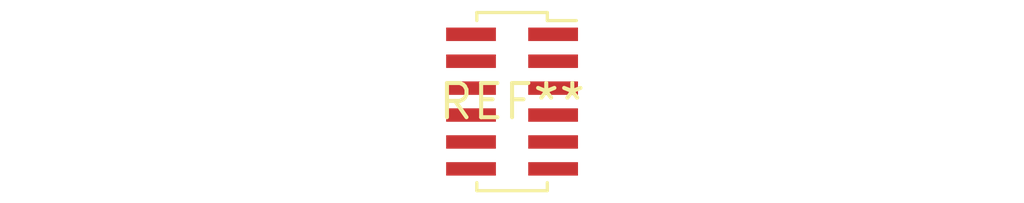
<source format=kicad_pcb>
(kicad_pcb (version 20240108) (generator pcbnew)
  (layers (0 "F.Cu" signal) (31 "B.Cu" signal) (34 "B.Paste" user) (35 "F.Paste" user) (36 "B.SilkS" user "B.Silkscreen") (37 "F.SilkS" user "F.Silkscreen") (38 "B.Mask" user) (39 "F.Mask" user) (44 "Edge.Cuts" user))
  (net 0 "")
  (footprint "PinSocket_2x06_P1.00mm_Vertical_SMD" (layer "F.Cu") (at 0 0)
    (property "Reference" "REF**")
    (property "Value" "PinSocket_2x06_P1.00mm_Vertical_SMD")
    (fp_line (start -1.31 -3.31) (end -1.31 -3.01) (layer "F.SilkS") (stroke (width 0.12)))
    (fp_line (start -1.31 -3.31) (end 1.31 -3.31) (layer "F.SilkS") (stroke (width 0.12)))
    (fp_line (start -1.31 3.01) (end -1.31 3.31) (layer "F.SilkS") (stroke (width 0.12)))
    (fp_line (start -1.31 3.31) (end 1.31 3.31) (layer "F.SilkS") (stroke (width 0.12)))
    (fp_line (start 1.31 -3.31) (end 1.31 -3.01) (layer "F.SilkS") (stroke (width 0.12)))
    (fp_line (start 1.31 -3.01) (end 2.39 -3.01) (layer "F.SilkS") (stroke (width 0.12)))
    (fp_line (start 1.31 3.01) (end 1.31 3.31) (layer "F.SilkS") (stroke (width 0.12)))
    (pad "1" smd rect (at 1.525 -2.5) (size 1.85 0.5) (layers "F.Cu" "F.Paste" "F.Mask"))
    (pad "2" smd rect (at -1.525 -2.5) (size 1.85 0.5) (layers "F.Cu" "F.Paste" "F.Mask"))
    (pad "3" smd rect (at 1.525 -1.5) (size 1.85 0.5) (layers "F.Cu" "F.Paste" "F.Mask"))
    (pad "4" smd rect (at -1.525 -1.5) (size 1.85 0.5) (layers "F.Cu" "F.Paste" "F.Mask"))
    (pad "5" smd rect (at 1.525 -0.5) (size 1.85 0.5) (layers "F.Cu" "F.Paste" "F.Mask"))
    (pad "6" smd rect (at -1.525 -0.5) (size 1.85 0.5) (layers "F.Cu" "F.Paste" "F.Mask"))
    (pad "7" smd rect (at 1.525 0.5) (size 1.85 0.5) (layers "F.Cu" "F.Paste" "F.Mask"))
    (pad "8" smd rect (at -1.525 0.5) (size 1.85 0.5) (layers "F.Cu" "F.Paste" "F.Mask"))
    (pad "9" smd rect (at 1.525 1.5) (size 1.85 0.5) (layers "F.Cu" "F.Paste" "F.Mask"))
    (pad "10" smd rect (at -1.525 1.5) (size 1.85 0.5) (layers "F.Cu" "F.Paste" "F.Mask"))
    (pad "11" smd rect (at 1.525 2.5) (size 1.85 0.5) (layers "F.Cu" "F.Paste" "F.Mask"))
    (pad "12" smd rect (at -1.525 2.5) (size 1.85 0.5) (layers "F.Cu" "F.Paste" "F.Mask"))
  )
)
</source>
